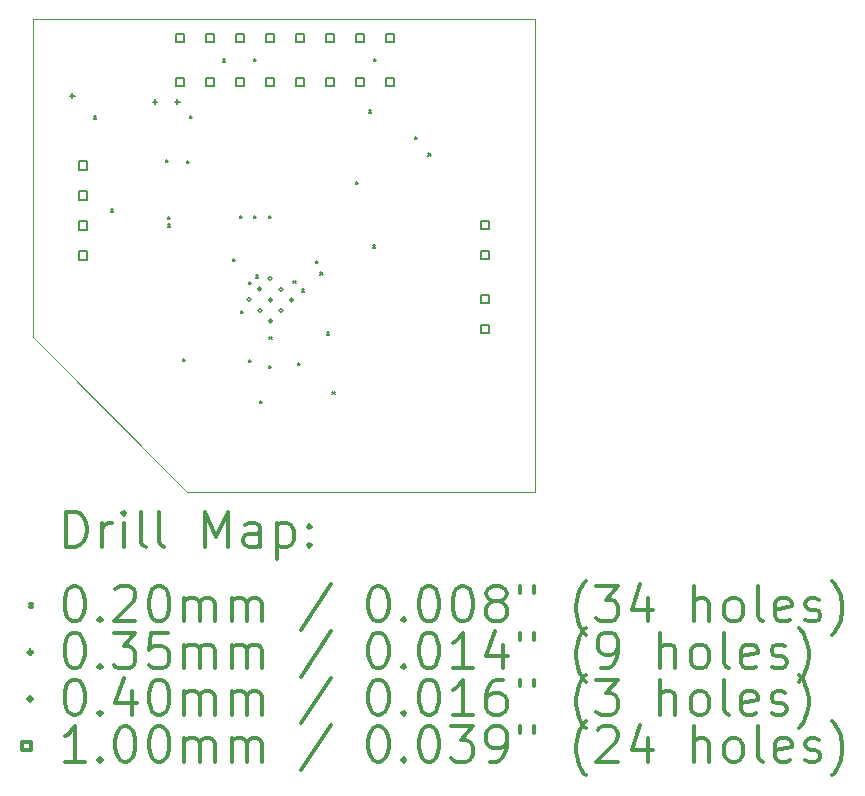
<source format=gbr>
%FSLAX45Y45*%
G04 Gerber Fmt 4.5, Leading zero omitted, Abs format (unit mm)*
G04 Created by KiCad (PCBNEW (5.1.6)-1) date 2024-01-16 15:06:33*
%MOMM*%
%LPD*%
G01*
G04 APERTURE LIST*
%TA.AperFunction,Profile*%
%ADD10C,0.050000*%
%TD*%
%ADD11C,0.200000*%
%ADD12C,0.300000*%
G04 APERTURE END LIST*
D10*
X14166850Y-10280650D02*
X12858750Y-8972550D01*
X17113250Y-6280150D02*
X17113250Y-10280650D01*
X17113250Y-6280150D02*
X12858750Y-6280150D01*
X14166850Y-10280650D02*
X17113250Y-10280650D01*
X12858750Y-6280150D02*
X12858750Y-8972550D01*
D11*
X13375800Y-7102000D02*
X13395800Y-7122000D01*
X13395800Y-7102000D02*
X13375800Y-7122000D01*
X13521850Y-7889400D02*
X13541850Y-7909400D01*
X13541850Y-7889400D02*
X13521850Y-7909400D01*
X13985400Y-7470300D02*
X14005400Y-7490300D01*
X14005400Y-7470300D02*
X13985400Y-7490300D01*
X14004450Y-7952900D02*
X14024450Y-7972900D01*
X14024450Y-7952900D02*
X14004450Y-7972900D01*
X14004450Y-8016400D02*
X14024450Y-8036400D01*
X14024450Y-8016400D02*
X14004450Y-8036400D01*
X14131450Y-9153050D02*
X14151450Y-9173050D01*
X14151450Y-9153050D02*
X14131450Y-9173050D01*
X14163200Y-7476650D02*
X14183200Y-7496650D01*
X14183200Y-7476650D02*
X14163200Y-7496650D01*
X14188600Y-7095650D02*
X14208600Y-7115650D01*
X14208600Y-7095650D02*
X14188600Y-7115650D01*
X14468000Y-6619400D02*
X14488000Y-6639400D01*
X14488000Y-6619400D02*
X14468000Y-6639400D01*
X14550550Y-8308500D02*
X14570550Y-8328500D01*
X14570550Y-8308500D02*
X14550550Y-8328500D01*
X14614050Y-7946550D02*
X14634050Y-7966550D01*
X14634050Y-7946550D02*
X14614050Y-7966550D01*
X14620400Y-8746650D02*
X14640400Y-8766650D01*
X14640400Y-8746650D02*
X14620400Y-8766650D01*
X14686762Y-9165938D02*
X14706762Y-9185938D01*
X14706762Y-9165938D02*
X14686762Y-9185938D01*
X14690250Y-8505350D02*
X14710250Y-8525350D01*
X14710250Y-8505350D02*
X14690250Y-8525350D01*
X14728350Y-6613050D02*
X14748350Y-6633050D01*
X14748350Y-6613050D02*
X14728350Y-6633050D01*
X14728350Y-7946550D02*
X14748350Y-7966550D01*
X14748350Y-7946550D02*
X14728350Y-7966550D01*
X14747923Y-8447677D02*
X14767923Y-8467677D01*
X14767923Y-8447677D02*
X14747923Y-8467677D01*
X14779150Y-9508650D02*
X14799150Y-9528650D01*
X14799150Y-9508650D02*
X14779150Y-9528650D01*
X14855350Y-7946550D02*
X14875350Y-7966550D01*
X14875350Y-7946550D02*
X14855350Y-7966550D01*
X14855350Y-9216550D02*
X14875350Y-9236550D01*
X14875350Y-9216550D02*
X14855350Y-9236550D01*
X14861700Y-8968900D02*
X14881700Y-8988900D01*
X14881700Y-8968900D02*
X14861700Y-8988900D01*
X15064900Y-8492650D02*
X15084900Y-8512650D01*
X15084900Y-8492650D02*
X15064900Y-8512650D01*
X15103000Y-9191150D02*
X15123000Y-9211150D01*
X15123000Y-9191150D02*
X15103000Y-9211150D01*
X15137867Y-8565617D02*
X15157867Y-8585617D01*
X15157867Y-8565617D02*
X15137867Y-8585617D01*
X15255400Y-8324500D02*
X15275400Y-8344500D01*
X15275400Y-8324500D02*
X15255400Y-8344500D01*
X15293500Y-8422800D02*
X15313500Y-8442800D01*
X15313500Y-8422800D02*
X15293500Y-8442800D01*
X15350650Y-8930800D02*
X15370650Y-8950800D01*
X15370650Y-8930800D02*
X15350650Y-8950800D01*
X15395100Y-9432450D02*
X15415100Y-9452450D01*
X15415100Y-9432450D02*
X15395100Y-9452450D01*
X15591950Y-7654450D02*
X15611950Y-7674450D01*
X15611950Y-7654450D02*
X15591950Y-7674450D01*
X15706250Y-7051200D02*
X15726250Y-7071200D01*
X15726250Y-7051200D02*
X15706250Y-7071200D01*
X15738000Y-8194200D02*
X15758000Y-8214200D01*
X15758000Y-8194200D02*
X15738000Y-8214200D01*
X15744350Y-6613050D02*
X15764350Y-6633050D01*
X15764350Y-6613050D02*
X15744350Y-6633050D01*
X16093600Y-7273450D02*
X16113600Y-7293450D01*
X16113600Y-7273450D02*
X16093600Y-7293450D01*
X16207250Y-7413800D02*
X16227250Y-7433800D01*
X16227250Y-7413800D02*
X16207250Y-7433800D01*
X14707632Y-8655050D02*
G75*
G03*
X14707632Y-8655050I-17500J0D01*
G01*
X14797788Y-8564894D02*
G75*
G03*
X14797788Y-8564894I-17500J0D01*
G01*
X14797788Y-8745206D02*
G75*
G03*
X14797788Y-8745206I-17500J0D01*
G01*
X14887944Y-8474738D02*
G75*
G03*
X14887944Y-8474738I-17500J0D01*
G01*
X14887944Y-8655050D02*
G75*
G03*
X14887944Y-8655050I-17500J0D01*
G01*
X14887944Y-8835362D02*
G75*
G03*
X14887944Y-8835362I-17500J0D01*
G01*
X14978100Y-8564894D02*
G75*
G03*
X14978100Y-8564894I-17500J0D01*
G01*
X14978100Y-8745206D02*
G75*
G03*
X14978100Y-8745206I-17500J0D01*
G01*
X15068256Y-8655050D02*
G75*
G03*
X15068256Y-8655050I-17500J0D01*
G01*
X13195300Y-6907850D02*
X13195300Y-6947850D01*
X13175300Y-6927850D02*
X13215300Y-6927850D01*
X13893800Y-6958650D02*
X13893800Y-6998650D01*
X13873800Y-6978650D02*
X13913800Y-6978650D01*
X14084300Y-6958650D02*
X14084300Y-6998650D01*
X14064300Y-6978650D02*
X14104300Y-6978650D01*
X16723156Y-8684056D02*
X16723156Y-8613344D01*
X16652444Y-8613344D01*
X16652444Y-8684056D01*
X16723156Y-8684056D01*
X16723156Y-8938056D02*
X16723156Y-8867344D01*
X16652444Y-8867344D01*
X16652444Y-8938056D01*
X16723156Y-8938056D01*
X14143356Y-6848906D02*
X14143356Y-6778194D01*
X14072644Y-6778194D01*
X14072644Y-6848906D01*
X14143356Y-6848906D01*
X14397356Y-6848906D02*
X14397356Y-6778194D01*
X14326644Y-6778194D01*
X14326644Y-6848906D01*
X14397356Y-6848906D01*
X14651356Y-6848906D02*
X14651356Y-6778194D01*
X14580644Y-6778194D01*
X14580644Y-6848906D01*
X14651356Y-6848906D01*
X14905356Y-6848906D02*
X14905356Y-6778194D01*
X14834644Y-6778194D01*
X14834644Y-6848906D01*
X14905356Y-6848906D01*
X15159356Y-6848906D02*
X15159356Y-6778194D01*
X15088644Y-6778194D01*
X15088644Y-6848906D01*
X15159356Y-6848906D01*
X15413356Y-6848906D02*
X15413356Y-6778194D01*
X15342644Y-6778194D01*
X15342644Y-6848906D01*
X15413356Y-6848906D01*
X15667356Y-6848906D02*
X15667356Y-6778194D01*
X15596644Y-6778194D01*
X15596644Y-6848906D01*
X15667356Y-6848906D01*
X15921356Y-6848906D02*
X15921356Y-6778194D01*
X15850644Y-6778194D01*
X15850644Y-6848906D01*
X15921356Y-6848906D01*
X16723156Y-8055406D02*
X16723156Y-7984694D01*
X16652444Y-7984694D01*
X16652444Y-8055406D01*
X16723156Y-8055406D01*
X16723156Y-8309406D02*
X16723156Y-8238694D01*
X16652444Y-8238694D01*
X16652444Y-8309406D01*
X16723156Y-8309406D01*
X13319556Y-7553756D02*
X13319556Y-7483044D01*
X13248844Y-7483044D01*
X13248844Y-7553756D01*
X13319556Y-7553756D01*
X13319556Y-7807756D02*
X13319556Y-7737044D01*
X13248844Y-7737044D01*
X13248844Y-7807756D01*
X13319556Y-7807756D01*
X13319556Y-8061756D02*
X13319556Y-7991044D01*
X13248844Y-7991044D01*
X13248844Y-8061756D01*
X13319556Y-8061756D01*
X13319556Y-8315756D02*
X13319556Y-8245044D01*
X13248844Y-8245044D01*
X13248844Y-8315756D01*
X13319556Y-8315756D01*
X14143532Y-6476796D02*
X14143532Y-6406084D01*
X14072820Y-6406084D01*
X14072820Y-6476796D01*
X14143532Y-6476796D01*
X14397532Y-6476796D02*
X14397532Y-6406084D01*
X14326820Y-6406084D01*
X14326820Y-6476796D01*
X14397532Y-6476796D01*
X14651532Y-6476796D02*
X14651532Y-6406084D01*
X14580820Y-6406084D01*
X14580820Y-6476796D01*
X14651532Y-6476796D01*
X14905532Y-6476796D02*
X14905532Y-6406084D01*
X14834820Y-6406084D01*
X14834820Y-6476796D01*
X14905532Y-6476796D01*
X15159532Y-6476796D02*
X15159532Y-6406084D01*
X15088820Y-6406084D01*
X15088820Y-6476796D01*
X15159532Y-6476796D01*
X15413532Y-6476796D02*
X15413532Y-6406084D01*
X15342820Y-6406084D01*
X15342820Y-6476796D01*
X15413532Y-6476796D01*
X15667532Y-6476796D02*
X15667532Y-6406084D01*
X15596820Y-6406084D01*
X15596820Y-6476796D01*
X15667532Y-6476796D01*
X15921532Y-6476796D02*
X15921532Y-6406084D01*
X15850820Y-6406084D01*
X15850820Y-6476796D01*
X15921532Y-6476796D01*
D12*
X13142678Y-10748864D02*
X13142678Y-10448864D01*
X13214107Y-10448864D01*
X13256964Y-10463150D01*
X13285536Y-10491722D01*
X13299821Y-10520293D01*
X13314107Y-10577436D01*
X13314107Y-10620293D01*
X13299821Y-10677436D01*
X13285536Y-10706007D01*
X13256964Y-10734579D01*
X13214107Y-10748864D01*
X13142678Y-10748864D01*
X13442678Y-10748864D02*
X13442678Y-10548864D01*
X13442678Y-10606007D02*
X13456964Y-10577436D01*
X13471250Y-10563150D01*
X13499821Y-10548864D01*
X13528393Y-10548864D01*
X13628393Y-10748864D02*
X13628393Y-10548864D01*
X13628393Y-10448864D02*
X13614107Y-10463150D01*
X13628393Y-10477436D01*
X13642678Y-10463150D01*
X13628393Y-10448864D01*
X13628393Y-10477436D01*
X13814107Y-10748864D02*
X13785536Y-10734579D01*
X13771250Y-10706007D01*
X13771250Y-10448864D01*
X13971250Y-10748864D02*
X13942678Y-10734579D01*
X13928393Y-10706007D01*
X13928393Y-10448864D01*
X14314107Y-10748864D02*
X14314107Y-10448864D01*
X14414107Y-10663150D01*
X14514107Y-10448864D01*
X14514107Y-10748864D01*
X14785536Y-10748864D02*
X14785536Y-10591722D01*
X14771250Y-10563150D01*
X14742678Y-10548864D01*
X14685536Y-10548864D01*
X14656964Y-10563150D01*
X14785536Y-10734579D02*
X14756964Y-10748864D01*
X14685536Y-10748864D01*
X14656964Y-10734579D01*
X14642678Y-10706007D01*
X14642678Y-10677436D01*
X14656964Y-10648864D01*
X14685536Y-10634579D01*
X14756964Y-10634579D01*
X14785536Y-10620293D01*
X14928393Y-10548864D02*
X14928393Y-10848864D01*
X14928393Y-10563150D02*
X14956964Y-10548864D01*
X15014107Y-10548864D01*
X15042678Y-10563150D01*
X15056964Y-10577436D01*
X15071250Y-10606007D01*
X15071250Y-10691722D01*
X15056964Y-10720293D01*
X15042678Y-10734579D01*
X15014107Y-10748864D01*
X14956964Y-10748864D01*
X14928393Y-10734579D01*
X15199821Y-10720293D02*
X15214107Y-10734579D01*
X15199821Y-10748864D01*
X15185536Y-10734579D01*
X15199821Y-10720293D01*
X15199821Y-10748864D01*
X15199821Y-10563150D02*
X15214107Y-10577436D01*
X15199821Y-10591722D01*
X15185536Y-10577436D01*
X15199821Y-10563150D01*
X15199821Y-10591722D01*
X12836250Y-11233150D02*
X12856250Y-11253150D01*
X12856250Y-11233150D02*
X12836250Y-11253150D01*
X13199821Y-11078864D02*
X13228393Y-11078864D01*
X13256964Y-11093150D01*
X13271250Y-11107436D01*
X13285536Y-11136007D01*
X13299821Y-11193150D01*
X13299821Y-11264579D01*
X13285536Y-11321721D01*
X13271250Y-11350293D01*
X13256964Y-11364579D01*
X13228393Y-11378864D01*
X13199821Y-11378864D01*
X13171250Y-11364579D01*
X13156964Y-11350293D01*
X13142678Y-11321721D01*
X13128393Y-11264579D01*
X13128393Y-11193150D01*
X13142678Y-11136007D01*
X13156964Y-11107436D01*
X13171250Y-11093150D01*
X13199821Y-11078864D01*
X13428393Y-11350293D02*
X13442678Y-11364579D01*
X13428393Y-11378864D01*
X13414107Y-11364579D01*
X13428393Y-11350293D01*
X13428393Y-11378864D01*
X13556964Y-11107436D02*
X13571250Y-11093150D01*
X13599821Y-11078864D01*
X13671250Y-11078864D01*
X13699821Y-11093150D01*
X13714107Y-11107436D01*
X13728393Y-11136007D01*
X13728393Y-11164579D01*
X13714107Y-11207436D01*
X13542678Y-11378864D01*
X13728393Y-11378864D01*
X13914107Y-11078864D02*
X13942678Y-11078864D01*
X13971250Y-11093150D01*
X13985536Y-11107436D01*
X13999821Y-11136007D01*
X14014107Y-11193150D01*
X14014107Y-11264579D01*
X13999821Y-11321721D01*
X13985536Y-11350293D01*
X13971250Y-11364579D01*
X13942678Y-11378864D01*
X13914107Y-11378864D01*
X13885536Y-11364579D01*
X13871250Y-11350293D01*
X13856964Y-11321721D01*
X13842678Y-11264579D01*
X13842678Y-11193150D01*
X13856964Y-11136007D01*
X13871250Y-11107436D01*
X13885536Y-11093150D01*
X13914107Y-11078864D01*
X14142678Y-11378864D02*
X14142678Y-11178864D01*
X14142678Y-11207436D02*
X14156964Y-11193150D01*
X14185536Y-11178864D01*
X14228393Y-11178864D01*
X14256964Y-11193150D01*
X14271250Y-11221721D01*
X14271250Y-11378864D01*
X14271250Y-11221721D02*
X14285536Y-11193150D01*
X14314107Y-11178864D01*
X14356964Y-11178864D01*
X14385536Y-11193150D01*
X14399821Y-11221721D01*
X14399821Y-11378864D01*
X14542678Y-11378864D02*
X14542678Y-11178864D01*
X14542678Y-11207436D02*
X14556964Y-11193150D01*
X14585536Y-11178864D01*
X14628393Y-11178864D01*
X14656964Y-11193150D01*
X14671250Y-11221721D01*
X14671250Y-11378864D01*
X14671250Y-11221721D02*
X14685536Y-11193150D01*
X14714107Y-11178864D01*
X14756964Y-11178864D01*
X14785536Y-11193150D01*
X14799821Y-11221721D01*
X14799821Y-11378864D01*
X15385536Y-11064579D02*
X15128393Y-11450293D01*
X15771250Y-11078864D02*
X15799821Y-11078864D01*
X15828393Y-11093150D01*
X15842678Y-11107436D01*
X15856964Y-11136007D01*
X15871250Y-11193150D01*
X15871250Y-11264579D01*
X15856964Y-11321721D01*
X15842678Y-11350293D01*
X15828393Y-11364579D01*
X15799821Y-11378864D01*
X15771250Y-11378864D01*
X15742678Y-11364579D01*
X15728393Y-11350293D01*
X15714107Y-11321721D01*
X15699821Y-11264579D01*
X15699821Y-11193150D01*
X15714107Y-11136007D01*
X15728393Y-11107436D01*
X15742678Y-11093150D01*
X15771250Y-11078864D01*
X15999821Y-11350293D02*
X16014107Y-11364579D01*
X15999821Y-11378864D01*
X15985536Y-11364579D01*
X15999821Y-11350293D01*
X15999821Y-11378864D01*
X16199821Y-11078864D02*
X16228393Y-11078864D01*
X16256964Y-11093150D01*
X16271250Y-11107436D01*
X16285536Y-11136007D01*
X16299821Y-11193150D01*
X16299821Y-11264579D01*
X16285536Y-11321721D01*
X16271250Y-11350293D01*
X16256964Y-11364579D01*
X16228393Y-11378864D01*
X16199821Y-11378864D01*
X16171250Y-11364579D01*
X16156964Y-11350293D01*
X16142678Y-11321721D01*
X16128393Y-11264579D01*
X16128393Y-11193150D01*
X16142678Y-11136007D01*
X16156964Y-11107436D01*
X16171250Y-11093150D01*
X16199821Y-11078864D01*
X16485536Y-11078864D02*
X16514107Y-11078864D01*
X16542678Y-11093150D01*
X16556964Y-11107436D01*
X16571250Y-11136007D01*
X16585536Y-11193150D01*
X16585536Y-11264579D01*
X16571250Y-11321721D01*
X16556964Y-11350293D01*
X16542678Y-11364579D01*
X16514107Y-11378864D01*
X16485536Y-11378864D01*
X16456964Y-11364579D01*
X16442678Y-11350293D01*
X16428393Y-11321721D01*
X16414107Y-11264579D01*
X16414107Y-11193150D01*
X16428393Y-11136007D01*
X16442678Y-11107436D01*
X16456964Y-11093150D01*
X16485536Y-11078864D01*
X16756964Y-11207436D02*
X16728393Y-11193150D01*
X16714107Y-11178864D01*
X16699821Y-11150293D01*
X16699821Y-11136007D01*
X16714107Y-11107436D01*
X16728393Y-11093150D01*
X16756964Y-11078864D01*
X16814107Y-11078864D01*
X16842678Y-11093150D01*
X16856964Y-11107436D01*
X16871250Y-11136007D01*
X16871250Y-11150293D01*
X16856964Y-11178864D01*
X16842678Y-11193150D01*
X16814107Y-11207436D01*
X16756964Y-11207436D01*
X16728393Y-11221721D01*
X16714107Y-11236007D01*
X16699821Y-11264579D01*
X16699821Y-11321721D01*
X16714107Y-11350293D01*
X16728393Y-11364579D01*
X16756964Y-11378864D01*
X16814107Y-11378864D01*
X16842678Y-11364579D01*
X16856964Y-11350293D01*
X16871250Y-11321721D01*
X16871250Y-11264579D01*
X16856964Y-11236007D01*
X16842678Y-11221721D01*
X16814107Y-11207436D01*
X16985536Y-11078864D02*
X16985536Y-11136007D01*
X17099821Y-11078864D02*
X17099821Y-11136007D01*
X17542678Y-11493150D02*
X17528393Y-11478864D01*
X17499821Y-11436007D01*
X17485536Y-11407436D01*
X17471250Y-11364579D01*
X17456964Y-11293150D01*
X17456964Y-11236007D01*
X17471250Y-11164579D01*
X17485536Y-11121722D01*
X17499821Y-11093150D01*
X17528393Y-11050293D01*
X17542678Y-11036007D01*
X17628393Y-11078864D02*
X17814107Y-11078864D01*
X17714107Y-11193150D01*
X17756964Y-11193150D01*
X17785536Y-11207436D01*
X17799821Y-11221721D01*
X17814107Y-11250293D01*
X17814107Y-11321721D01*
X17799821Y-11350293D01*
X17785536Y-11364579D01*
X17756964Y-11378864D01*
X17671250Y-11378864D01*
X17642678Y-11364579D01*
X17628393Y-11350293D01*
X18071250Y-11178864D02*
X18071250Y-11378864D01*
X17999821Y-11064579D02*
X17928393Y-11278864D01*
X18114107Y-11278864D01*
X18456964Y-11378864D02*
X18456964Y-11078864D01*
X18585536Y-11378864D02*
X18585536Y-11221721D01*
X18571250Y-11193150D01*
X18542678Y-11178864D01*
X18499821Y-11178864D01*
X18471250Y-11193150D01*
X18456964Y-11207436D01*
X18771250Y-11378864D02*
X18742678Y-11364579D01*
X18728393Y-11350293D01*
X18714107Y-11321721D01*
X18714107Y-11236007D01*
X18728393Y-11207436D01*
X18742678Y-11193150D01*
X18771250Y-11178864D01*
X18814107Y-11178864D01*
X18842678Y-11193150D01*
X18856964Y-11207436D01*
X18871250Y-11236007D01*
X18871250Y-11321721D01*
X18856964Y-11350293D01*
X18842678Y-11364579D01*
X18814107Y-11378864D01*
X18771250Y-11378864D01*
X19042678Y-11378864D02*
X19014107Y-11364579D01*
X18999821Y-11336007D01*
X18999821Y-11078864D01*
X19271250Y-11364579D02*
X19242678Y-11378864D01*
X19185536Y-11378864D01*
X19156964Y-11364579D01*
X19142678Y-11336007D01*
X19142678Y-11221721D01*
X19156964Y-11193150D01*
X19185536Y-11178864D01*
X19242678Y-11178864D01*
X19271250Y-11193150D01*
X19285536Y-11221721D01*
X19285536Y-11250293D01*
X19142678Y-11278864D01*
X19399821Y-11364579D02*
X19428393Y-11378864D01*
X19485536Y-11378864D01*
X19514107Y-11364579D01*
X19528393Y-11336007D01*
X19528393Y-11321721D01*
X19514107Y-11293150D01*
X19485536Y-11278864D01*
X19442678Y-11278864D01*
X19414107Y-11264579D01*
X19399821Y-11236007D01*
X19399821Y-11221721D01*
X19414107Y-11193150D01*
X19442678Y-11178864D01*
X19485536Y-11178864D01*
X19514107Y-11193150D01*
X19628393Y-11493150D02*
X19642678Y-11478864D01*
X19671250Y-11436007D01*
X19685536Y-11407436D01*
X19699821Y-11364579D01*
X19714107Y-11293150D01*
X19714107Y-11236007D01*
X19699821Y-11164579D01*
X19685536Y-11121722D01*
X19671250Y-11093150D01*
X19642678Y-11050293D01*
X19628393Y-11036007D01*
X12856250Y-11639150D02*
G75*
G03*
X12856250Y-11639150I-17500J0D01*
G01*
X13199821Y-11474864D02*
X13228393Y-11474864D01*
X13256964Y-11489150D01*
X13271250Y-11503436D01*
X13285536Y-11532007D01*
X13299821Y-11589150D01*
X13299821Y-11660579D01*
X13285536Y-11717721D01*
X13271250Y-11746293D01*
X13256964Y-11760579D01*
X13228393Y-11774864D01*
X13199821Y-11774864D01*
X13171250Y-11760579D01*
X13156964Y-11746293D01*
X13142678Y-11717721D01*
X13128393Y-11660579D01*
X13128393Y-11589150D01*
X13142678Y-11532007D01*
X13156964Y-11503436D01*
X13171250Y-11489150D01*
X13199821Y-11474864D01*
X13428393Y-11746293D02*
X13442678Y-11760579D01*
X13428393Y-11774864D01*
X13414107Y-11760579D01*
X13428393Y-11746293D01*
X13428393Y-11774864D01*
X13542678Y-11474864D02*
X13728393Y-11474864D01*
X13628393Y-11589150D01*
X13671250Y-11589150D01*
X13699821Y-11603436D01*
X13714107Y-11617721D01*
X13728393Y-11646293D01*
X13728393Y-11717721D01*
X13714107Y-11746293D01*
X13699821Y-11760579D01*
X13671250Y-11774864D01*
X13585536Y-11774864D01*
X13556964Y-11760579D01*
X13542678Y-11746293D01*
X13999821Y-11474864D02*
X13856964Y-11474864D01*
X13842678Y-11617721D01*
X13856964Y-11603436D01*
X13885536Y-11589150D01*
X13956964Y-11589150D01*
X13985536Y-11603436D01*
X13999821Y-11617721D01*
X14014107Y-11646293D01*
X14014107Y-11717721D01*
X13999821Y-11746293D01*
X13985536Y-11760579D01*
X13956964Y-11774864D01*
X13885536Y-11774864D01*
X13856964Y-11760579D01*
X13842678Y-11746293D01*
X14142678Y-11774864D02*
X14142678Y-11574864D01*
X14142678Y-11603436D02*
X14156964Y-11589150D01*
X14185536Y-11574864D01*
X14228393Y-11574864D01*
X14256964Y-11589150D01*
X14271250Y-11617721D01*
X14271250Y-11774864D01*
X14271250Y-11617721D02*
X14285536Y-11589150D01*
X14314107Y-11574864D01*
X14356964Y-11574864D01*
X14385536Y-11589150D01*
X14399821Y-11617721D01*
X14399821Y-11774864D01*
X14542678Y-11774864D02*
X14542678Y-11574864D01*
X14542678Y-11603436D02*
X14556964Y-11589150D01*
X14585536Y-11574864D01*
X14628393Y-11574864D01*
X14656964Y-11589150D01*
X14671250Y-11617721D01*
X14671250Y-11774864D01*
X14671250Y-11617721D02*
X14685536Y-11589150D01*
X14714107Y-11574864D01*
X14756964Y-11574864D01*
X14785536Y-11589150D01*
X14799821Y-11617721D01*
X14799821Y-11774864D01*
X15385536Y-11460579D02*
X15128393Y-11846293D01*
X15771250Y-11474864D02*
X15799821Y-11474864D01*
X15828393Y-11489150D01*
X15842678Y-11503436D01*
X15856964Y-11532007D01*
X15871250Y-11589150D01*
X15871250Y-11660579D01*
X15856964Y-11717721D01*
X15842678Y-11746293D01*
X15828393Y-11760579D01*
X15799821Y-11774864D01*
X15771250Y-11774864D01*
X15742678Y-11760579D01*
X15728393Y-11746293D01*
X15714107Y-11717721D01*
X15699821Y-11660579D01*
X15699821Y-11589150D01*
X15714107Y-11532007D01*
X15728393Y-11503436D01*
X15742678Y-11489150D01*
X15771250Y-11474864D01*
X15999821Y-11746293D02*
X16014107Y-11760579D01*
X15999821Y-11774864D01*
X15985536Y-11760579D01*
X15999821Y-11746293D01*
X15999821Y-11774864D01*
X16199821Y-11474864D02*
X16228393Y-11474864D01*
X16256964Y-11489150D01*
X16271250Y-11503436D01*
X16285536Y-11532007D01*
X16299821Y-11589150D01*
X16299821Y-11660579D01*
X16285536Y-11717721D01*
X16271250Y-11746293D01*
X16256964Y-11760579D01*
X16228393Y-11774864D01*
X16199821Y-11774864D01*
X16171250Y-11760579D01*
X16156964Y-11746293D01*
X16142678Y-11717721D01*
X16128393Y-11660579D01*
X16128393Y-11589150D01*
X16142678Y-11532007D01*
X16156964Y-11503436D01*
X16171250Y-11489150D01*
X16199821Y-11474864D01*
X16585536Y-11774864D02*
X16414107Y-11774864D01*
X16499821Y-11774864D02*
X16499821Y-11474864D01*
X16471250Y-11517721D01*
X16442678Y-11546293D01*
X16414107Y-11560579D01*
X16842678Y-11574864D02*
X16842678Y-11774864D01*
X16771250Y-11460579D02*
X16699821Y-11674864D01*
X16885536Y-11674864D01*
X16985536Y-11474864D02*
X16985536Y-11532007D01*
X17099821Y-11474864D02*
X17099821Y-11532007D01*
X17542678Y-11889150D02*
X17528393Y-11874864D01*
X17499821Y-11832007D01*
X17485536Y-11803436D01*
X17471250Y-11760579D01*
X17456964Y-11689150D01*
X17456964Y-11632007D01*
X17471250Y-11560579D01*
X17485536Y-11517721D01*
X17499821Y-11489150D01*
X17528393Y-11446293D01*
X17542678Y-11432007D01*
X17671250Y-11774864D02*
X17728393Y-11774864D01*
X17756964Y-11760579D01*
X17771250Y-11746293D01*
X17799821Y-11703436D01*
X17814107Y-11646293D01*
X17814107Y-11532007D01*
X17799821Y-11503436D01*
X17785536Y-11489150D01*
X17756964Y-11474864D01*
X17699821Y-11474864D01*
X17671250Y-11489150D01*
X17656964Y-11503436D01*
X17642678Y-11532007D01*
X17642678Y-11603436D01*
X17656964Y-11632007D01*
X17671250Y-11646293D01*
X17699821Y-11660579D01*
X17756964Y-11660579D01*
X17785536Y-11646293D01*
X17799821Y-11632007D01*
X17814107Y-11603436D01*
X18171250Y-11774864D02*
X18171250Y-11474864D01*
X18299821Y-11774864D02*
X18299821Y-11617721D01*
X18285536Y-11589150D01*
X18256964Y-11574864D01*
X18214107Y-11574864D01*
X18185536Y-11589150D01*
X18171250Y-11603436D01*
X18485536Y-11774864D02*
X18456964Y-11760579D01*
X18442678Y-11746293D01*
X18428393Y-11717721D01*
X18428393Y-11632007D01*
X18442678Y-11603436D01*
X18456964Y-11589150D01*
X18485536Y-11574864D01*
X18528393Y-11574864D01*
X18556964Y-11589150D01*
X18571250Y-11603436D01*
X18585536Y-11632007D01*
X18585536Y-11717721D01*
X18571250Y-11746293D01*
X18556964Y-11760579D01*
X18528393Y-11774864D01*
X18485536Y-11774864D01*
X18756964Y-11774864D02*
X18728393Y-11760579D01*
X18714107Y-11732007D01*
X18714107Y-11474864D01*
X18985536Y-11760579D02*
X18956964Y-11774864D01*
X18899821Y-11774864D01*
X18871250Y-11760579D01*
X18856964Y-11732007D01*
X18856964Y-11617721D01*
X18871250Y-11589150D01*
X18899821Y-11574864D01*
X18956964Y-11574864D01*
X18985536Y-11589150D01*
X18999821Y-11617721D01*
X18999821Y-11646293D01*
X18856964Y-11674864D01*
X19114107Y-11760579D02*
X19142678Y-11774864D01*
X19199821Y-11774864D01*
X19228393Y-11760579D01*
X19242678Y-11732007D01*
X19242678Y-11717721D01*
X19228393Y-11689150D01*
X19199821Y-11674864D01*
X19156964Y-11674864D01*
X19128393Y-11660579D01*
X19114107Y-11632007D01*
X19114107Y-11617721D01*
X19128393Y-11589150D01*
X19156964Y-11574864D01*
X19199821Y-11574864D01*
X19228393Y-11589150D01*
X19342678Y-11889150D02*
X19356964Y-11874864D01*
X19385536Y-11832007D01*
X19399821Y-11803436D01*
X19414107Y-11760579D01*
X19428393Y-11689150D01*
X19428393Y-11632007D01*
X19414107Y-11560579D01*
X19399821Y-11517721D01*
X19385536Y-11489150D01*
X19356964Y-11446293D01*
X19342678Y-11432007D01*
X12836250Y-12015150D02*
X12836250Y-12055150D01*
X12816250Y-12035150D02*
X12856250Y-12035150D01*
X13199821Y-11870864D02*
X13228393Y-11870864D01*
X13256964Y-11885150D01*
X13271250Y-11899436D01*
X13285536Y-11928007D01*
X13299821Y-11985150D01*
X13299821Y-12056579D01*
X13285536Y-12113721D01*
X13271250Y-12142293D01*
X13256964Y-12156579D01*
X13228393Y-12170864D01*
X13199821Y-12170864D01*
X13171250Y-12156579D01*
X13156964Y-12142293D01*
X13142678Y-12113721D01*
X13128393Y-12056579D01*
X13128393Y-11985150D01*
X13142678Y-11928007D01*
X13156964Y-11899436D01*
X13171250Y-11885150D01*
X13199821Y-11870864D01*
X13428393Y-12142293D02*
X13442678Y-12156579D01*
X13428393Y-12170864D01*
X13414107Y-12156579D01*
X13428393Y-12142293D01*
X13428393Y-12170864D01*
X13699821Y-11970864D02*
X13699821Y-12170864D01*
X13628393Y-11856579D02*
X13556964Y-12070864D01*
X13742678Y-12070864D01*
X13914107Y-11870864D02*
X13942678Y-11870864D01*
X13971250Y-11885150D01*
X13985536Y-11899436D01*
X13999821Y-11928007D01*
X14014107Y-11985150D01*
X14014107Y-12056579D01*
X13999821Y-12113721D01*
X13985536Y-12142293D01*
X13971250Y-12156579D01*
X13942678Y-12170864D01*
X13914107Y-12170864D01*
X13885536Y-12156579D01*
X13871250Y-12142293D01*
X13856964Y-12113721D01*
X13842678Y-12056579D01*
X13842678Y-11985150D01*
X13856964Y-11928007D01*
X13871250Y-11899436D01*
X13885536Y-11885150D01*
X13914107Y-11870864D01*
X14142678Y-12170864D02*
X14142678Y-11970864D01*
X14142678Y-11999436D02*
X14156964Y-11985150D01*
X14185536Y-11970864D01*
X14228393Y-11970864D01*
X14256964Y-11985150D01*
X14271250Y-12013721D01*
X14271250Y-12170864D01*
X14271250Y-12013721D02*
X14285536Y-11985150D01*
X14314107Y-11970864D01*
X14356964Y-11970864D01*
X14385536Y-11985150D01*
X14399821Y-12013721D01*
X14399821Y-12170864D01*
X14542678Y-12170864D02*
X14542678Y-11970864D01*
X14542678Y-11999436D02*
X14556964Y-11985150D01*
X14585536Y-11970864D01*
X14628393Y-11970864D01*
X14656964Y-11985150D01*
X14671250Y-12013721D01*
X14671250Y-12170864D01*
X14671250Y-12013721D02*
X14685536Y-11985150D01*
X14714107Y-11970864D01*
X14756964Y-11970864D01*
X14785536Y-11985150D01*
X14799821Y-12013721D01*
X14799821Y-12170864D01*
X15385536Y-11856579D02*
X15128393Y-12242293D01*
X15771250Y-11870864D02*
X15799821Y-11870864D01*
X15828393Y-11885150D01*
X15842678Y-11899436D01*
X15856964Y-11928007D01*
X15871250Y-11985150D01*
X15871250Y-12056579D01*
X15856964Y-12113721D01*
X15842678Y-12142293D01*
X15828393Y-12156579D01*
X15799821Y-12170864D01*
X15771250Y-12170864D01*
X15742678Y-12156579D01*
X15728393Y-12142293D01*
X15714107Y-12113721D01*
X15699821Y-12056579D01*
X15699821Y-11985150D01*
X15714107Y-11928007D01*
X15728393Y-11899436D01*
X15742678Y-11885150D01*
X15771250Y-11870864D01*
X15999821Y-12142293D02*
X16014107Y-12156579D01*
X15999821Y-12170864D01*
X15985536Y-12156579D01*
X15999821Y-12142293D01*
X15999821Y-12170864D01*
X16199821Y-11870864D02*
X16228393Y-11870864D01*
X16256964Y-11885150D01*
X16271250Y-11899436D01*
X16285536Y-11928007D01*
X16299821Y-11985150D01*
X16299821Y-12056579D01*
X16285536Y-12113721D01*
X16271250Y-12142293D01*
X16256964Y-12156579D01*
X16228393Y-12170864D01*
X16199821Y-12170864D01*
X16171250Y-12156579D01*
X16156964Y-12142293D01*
X16142678Y-12113721D01*
X16128393Y-12056579D01*
X16128393Y-11985150D01*
X16142678Y-11928007D01*
X16156964Y-11899436D01*
X16171250Y-11885150D01*
X16199821Y-11870864D01*
X16585536Y-12170864D02*
X16414107Y-12170864D01*
X16499821Y-12170864D02*
X16499821Y-11870864D01*
X16471250Y-11913721D01*
X16442678Y-11942293D01*
X16414107Y-11956579D01*
X16842678Y-11870864D02*
X16785536Y-11870864D01*
X16756964Y-11885150D01*
X16742678Y-11899436D01*
X16714107Y-11942293D01*
X16699821Y-11999436D01*
X16699821Y-12113721D01*
X16714107Y-12142293D01*
X16728393Y-12156579D01*
X16756964Y-12170864D01*
X16814107Y-12170864D01*
X16842678Y-12156579D01*
X16856964Y-12142293D01*
X16871250Y-12113721D01*
X16871250Y-12042293D01*
X16856964Y-12013721D01*
X16842678Y-11999436D01*
X16814107Y-11985150D01*
X16756964Y-11985150D01*
X16728393Y-11999436D01*
X16714107Y-12013721D01*
X16699821Y-12042293D01*
X16985536Y-11870864D02*
X16985536Y-11928007D01*
X17099821Y-11870864D02*
X17099821Y-11928007D01*
X17542678Y-12285150D02*
X17528393Y-12270864D01*
X17499821Y-12228007D01*
X17485536Y-12199436D01*
X17471250Y-12156579D01*
X17456964Y-12085150D01*
X17456964Y-12028007D01*
X17471250Y-11956579D01*
X17485536Y-11913721D01*
X17499821Y-11885150D01*
X17528393Y-11842293D01*
X17542678Y-11828007D01*
X17628393Y-11870864D02*
X17814107Y-11870864D01*
X17714107Y-11985150D01*
X17756964Y-11985150D01*
X17785536Y-11999436D01*
X17799821Y-12013721D01*
X17814107Y-12042293D01*
X17814107Y-12113721D01*
X17799821Y-12142293D01*
X17785536Y-12156579D01*
X17756964Y-12170864D01*
X17671250Y-12170864D01*
X17642678Y-12156579D01*
X17628393Y-12142293D01*
X18171250Y-12170864D02*
X18171250Y-11870864D01*
X18299821Y-12170864D02*
X18299821Y-12013721D01*
X18285536Y-11985150D01*
X18256964Y-11970864D01*
X18214107Y-11970864D01*
X18185536Y-11985150D01*
X18171250Y-11999436D01*
X18485536Y-12170864D02*
X18456964Y-12156579D01*
X18442678Y-12142293D01*
X18428393Y-12113721D01*
X18428393Y-12028007D01*
X18442678Y-11999436D01*
X18456964Y-11985150D01*
X18485536Y-11970864D01*
X18528393Y-11970864D01*
X18556964Y-11985150D01*
X18571250Y-11999436D01*
X18585536Y-12028007D01*
X18585536Y-12113721D01*
X18571250Y-12142293D01*
X18556964Y-12156579D01*
X18528393Y-12170864D01*
X18485536Y-12170864D01*
X18756964Y-12170864D02*
X18728393Y-12156579D01*
X18714107Y-12128007D01*
X18714107Y-11870864D01*
X18985536Y-12156579D02*
X18956964Y-12170864D01*
X18899821Y-12170864D01*
X18871250Y-12156579D01*
X18856964Y-12128007D01*
X18856964Y-12013721D01*
X18871250Y-11985150D01*
X18899821Y-11970864D01*
X18956964Y-11970864D01*
X18985536Y-11985150D01*
X18999821Y-12013721D01*
X18999821Y-12042293D01*
X18856964Y-12070864D01*
X19114107Y-12156579D02*
X19142678Y-12170864D01*
X19199821Y-12170864D01*
X19228393Y-12156579D01*
X19242678Y-12128007D01*
X19242678Y-12113721D01*
X19228393Y-12085150D01*
X19199821Y-12070864D01*
X19156964Y-12070864D01*
X19128393Y-12056579D01*
X19114107Y-12028007D01*
X19114107Y-12013721D01*
X19128393Y-11985150D01*
X19156964Y-11970864D01*
X19199821Y-11970864D01*
X19228393Y-11985150D01*
X19342678Y-12285150D02*
X19356964Y-12270864D01*
X19385536Y-12228007D01*
X19399821Y-12199436D01*
X19414107Y-12156579D01*
X19428393Y-12085150D01*
X19428393Y-12028007D01*
X19414107Y-11956579D01*
X19399821Y-11913721D01*
X19385536Y-11885150D01*
X19356964Y-11842293D01*
X19342678Y-11828007D01*
X12841606Y-12466506D02*
X12841606Y-12395794D01*
X12770894Y-12395794D01*
X12770894Y-12466506D01*
X12841606Y-12466506D01*
X13299821Y-12566864D02*
X13128393Y-12566864D01*
X13214107Y-12566864D02*
X13214107Y-12266864D01*
X13185536Y-12309721D01*
X13156964Y-12338293D01*
X13128393Y-12352579D01*
X13428393Y-12538293D02*
X13442678Y-12552579D01*
X13428393Y-12566864D01*
X13414107Y-12552579D01*
X13428393Y-12538293D01*
X13428393Y-12566864D01*
X13628393Y-12266864D02*
X13656964Y-12266864D01*
X13685536Y-12281150D01*
X13699821Y-12295436D01*
X13714107Y-12324007D01*
X13728393Y-12381150D01*
X13728393Y-12452579D01*
X13714107Y-12509721D01*
X13699821Y-12538293D01*
X13685536Y-12552579D01*
X13656964Y-12566864D01*
X13628393Y-12566864D01*
X13599821Y-12552579D01*
X13585536Y-12538293D01*
X13571250Y-12509721D01*
X13556964Y-12452579D01*
X13556964Y-12381150D01*
X13571250Y-12324007D01*
X13585536Y-12295436D01*
X13599821Y-12281150D01*
X13628393Y-12266864D01*
X13914107Y-12266864D02*
X13942678Y-12266864D01*
X13971250Y-12281150D01*
X13985536Y-12295436D01*
X13999821Y-12324007D01*
X14014107Y-12381150D01*
X14014107Y-12452579D01*
X13999821Y-12509721D01*
X13985536Y-12538293D01*
X13971250Y-12552579D01*
X13942678Y-12566864D01*
X13914107Y-12566864D01*
X13885536Y-12552579D01*
X13871250Y-12538293D01*
X13856964Y-12509721D01*
X13842678Y-12452579D01*
X13842678Y-12381150D01*
X13856964Y-12324007D01*
X13871250Y-12295436D01*
X13885536Y-12281150D01*
X13914107Y-12266864D01*
X14142678Y-12566864D02*
X14142678Y-12366864D01*
X14142678Y-12395436D02*
X14156964Y-12381150D01*
X14185536Y-12366864D01*
X14228393Y-12366864D01*
X14256964Y-12381150D01*
X14271250Y-12409721D01*
X14271250Y-12566864D01*
X14271250Y-12409721D02*
X14285536Y-12381150D01*
X14314107Y-12366864D01*
X14356964Y-12366864D01*
X14385536Y-12381150D01*
X14399821Y-12409721D01*
X14399821Y-12566864D01*
X14542678Y-12566864D02*
X14542678Y-12366864D01*
X14542678Y-12395436D02*
X14556964Y-12381150D01*
X14585536Y-12366864D01*
X14628393Y-12366864D01*
X14656964Y-12381150D01*
X14671250Y-12409721D01*
X14671250Y-12566864D01*
X14671250Y-12409721D02*
X14685536Y-12381150D01*
X14714107Y-12366864D01*
X14756964Y-12366864D01*
X14785536Y-12381150D01*
X14799821Y-12409721D01*
X14799821Y-12566864D01*
X15385536Y-12252579D02*
X15128393Y-12638293D01*
X15771250Y-12266864D02*
X15799821Y-12266864D01*
X15828393Y-12281150D01*
X15842678Y-12295436D01*
X15856964Y-12324007D01*
X15871250Y-12381150D01*
X15871250Y-12452579D01*
X15856964Y-12509721D01*
X15842678Y-12538293D01*
X15828393Y-12552579D01*
X15799821Y-12566864D01*
X15771250Y-12566864D01*
X15742678Y-12552579D01*
X15728393Y-12538293D01*
X15714107Y-12509721D01*
X15699821Y-12452579D01*
X15699821Y-12381150D01*
X15714107Y-12324007D01*
X15728393Y-12295436D01*
X15742678Y-12281150D01*
X15771250Y-12266864D01*
X15999821Y-12538293D02*
X16014107Y-12552579D01*
X15999821Y-12566864D01*
X15985536Y-12552579D01*
X15999821Y-12538293D01*
X15999821Y-12566864D01*
X16199821Y-12266864D02*
X16228393Y-12266864D01*
X16256964Y-12281150D01*
X16271250Y-12295436D01*
X16285536Y-12324007D01*
X16299821Y-12381150D01*
X16299821Y-12452579D01*
X16285536Y-12509721D01*
X16271250Y-12538293D01*
X16256964Y-12552579D01*
X16228393Y-12566864D01*
X16199821Y-12566864D01*
X16171250Y-12552579D01*
X16156964Y-12538293D01*
X16142678Y-12509721D01*
X16128393Y-12452579D01*
X16128393Y-12381150D01*
X16142678Y-12324007D01*
X16156964Y-12295436D01*
X16171250Y-12281150D01*
X16199821Y-12266864D01*
X16399821Y-12266864D02*
X16585536Y-12266864D01*
X16485536Y-12381150D01*
X16528393Y-12381150D01*
X16556964Y-12395436D01*
X16571250Y-12409721D01*
X16585536Y-12438293D01*
X16585536Y-12509721D01*
X16571250Y-12538293D01*
X16556964Y-12552579D01*
X16528393Y-12566864D01*
X16442678Y-12566864D01*
X16414107Y-12552579D01*
X16399821Y-12538293D01*
X16728393Y-12566864D02*
X16785536Y-12566864D01*
X16814107Y-12552579D01*
X16828393Y-12538293D01*
X16856964Y-12495436D01*
X16871250Y-12438293D01*
X16871250Y-12324007D01*
X16856964Y-12295436D01*
X16842678Y-12281150D01*
X16814107Y-12266864D01*
X16756964Y-12266864D01*
X16728393Y-12281150D01*
X16714107Y-12295436D01*
X16699821Y-12324007D01*
X16699821Y-12395436D01*
X16714107Y-12424007D01*
X16728393Y-12438293D01*
X16756964Y-12452579D01*
X16814107Y-12452579D01*
X16842678Y-12438293D01*
X16856964Y-12424007D01*
X16871250Y-12395436D01*
X16985536Y-12266864D02*
X16985536Y-12324007D01*
X17099821Y-12266864D02*
X17099821Y-12324007D01*
X17542678Y-12681150D02*
X17528393Y-12666864D01*
X17499821Y-12624007D01*
X17485536Y-12595436D01*
X17471250Y-12552579D01*
X17456964Y-12481150D01*
X17456964Y-12424007D01*
X17471250Y-12352579D01*
X17485536Y-12309721D01*
X17499821Y-12281150D01*
X17528393Y-12238293D01*
X17542678Y-12224007D01*
X17642678Y-12295436D02*
X17656964Y-12281150D01*
X17685536Y-12266864D01*
X17756964Y-12266864D01*
X17785536Y-12281150D01*
X17799821Y-12295436D01*
X17814107Y-12324007D01*
X17814107Y-12352579D01*
X17799821Y-12395436D01*
X17628393Y-12566864D01*
X17814107Y-12566864D01*
X18071250Y-12366864D02*
X18071250Y-12566864D01*
X17999821Y-12252579D02*
X17928393Y-12466864D01*
X18114107Y-12466864D01*
X18456964Y-12566864D02*
X18456964Y-12266864D01*
X18585536Y-12566864D02*
X18585536Y-12409721D01*
X18571250Y-12381150D01*
X18542678Y-12366864D01*
X18499821Y-12366864D01*
X18471250Y-12381150D01*
X18456964Y-12395436D01*
X18771250Y-12566864D02*
X18742678Y-12552579D01*
X18728393Y-12538293D01*
X18714107Y-12509721D01*
X18714107Y-12424007D01*
X18728393Y-12395436D01*
X18742678Y-12381150D01*
X18771250Y-12366864D01*
X18814107Y-12366864D01*
X18842678Y-12381150D01*
X18856964Y-12395436D01*
X18871250Y-12424007D01*
X18871250Y-12509721D01*
X18856964Y-12538293D01*
X18842678Y-12552579D01*
X18814107Y-12566864D01*
X18771250Y-12566864D01*
X19042678Y-12566864D02*
X19014107Y-12552579D01*
X18999821Y-12524007D01*
X18999821Y-12266864D01*
X19271250Y-12552579D02*
X19242678Y-12566864D01*
X19185536Y-12566864D01*
X19156964Y-12552579D01*
X19142678Y-12524007D01*
X19142678Y-12409721D01*
X19156964Y-12381150D01*
X19185536Y-12366864D01*
X19242678Y-12366864D01*
X19271250Y-12381150D01*
X19285536Y-12409721D01*
X19285536Y-12438293D01*
X19142678Y-12466864D01*
X19399821Y-12552579D02*
X19428393Y-12566864D01*
X19485536Y-12566864D01*
X19514107Y-12552579D01*
X19528393Y-12524007D01*
X19528393Y-12509721D01*
X19514107Y-12481150D01*
X19485536Y-12466864D01*
X19442678Y-12466864D01*
X19414107Y-12452579D01*
X19399821Y-12424007D01*
X19399821Y-12409721D01*
X19414107Y-12381150D01*
X19442678Y-12366864D01*
X19485536Y-12366864D01*
X19514107Y-12381150D01*
X19628393Y-12681150D02*
X19642678Y-12666864D01*
X19671250Y-12624007D01*
X19685536Y-12595436D01*
X19699821Y-12552579D01*
X19714107Y-12481150D01*
X19714107Y-12424007D01*
X19699821Y-12352579D01*
X19685536Y-12309721D01*
X19671250Y-12281150D01*
X19642678Y-12238293D01*
X19628393Y-12224007D01*
M02*

</source>
